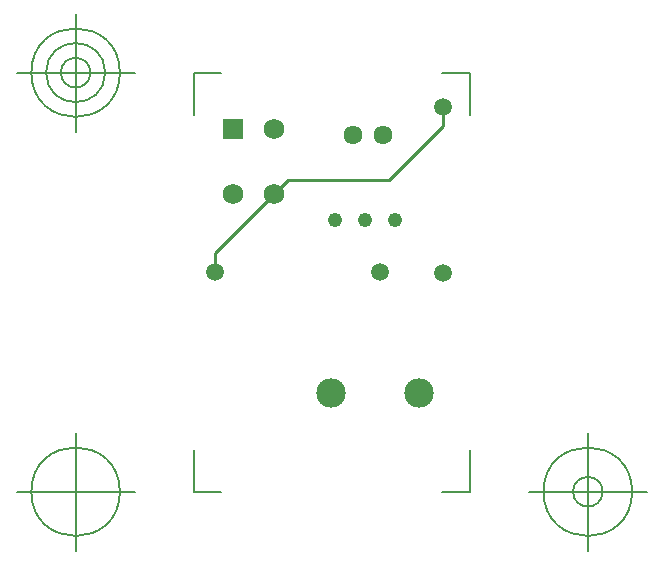
<source format=gbr>
G04 Generated by Ultiboard 14.2 *
%FSLAX34Y34*%
%MOMM*%

%ADD10C,0.0001*%
%ADD11C,0.2540*%
%ADD12C,0.1270*%
%ADD13C,1.0000*%
%ADD14C,1.6088*%
%ADD15C,2.4978*%
%ADD16C,1.2446*%
%ADD17C,1.5000*%
%ADD18C,1.7526*%
%ADD19R,1.7526X1.7526*%


G04 ColorRGB 0000FF for the following layer *
%LNCopper Bottom*%
%LPD*%
G54D10*
G54D11*
X15240Y849800D02*
X15240Y833270D01*
X15240Y849800D02*
X77300Y911860D01*
X162410Y911860D01*
X208280Y957730D01*
X208280Y972820D01*
G54D12*
X-2540Y647700D02*
X-2540Y683184D01*
X-2540Y647700D02*
X20828Y647700D01*
X231140Y647700D02*
X207772Y647700D01*
X231140Y647700D02*
X231140Y683184D01*
X231140Y1002540D02*
X231140Y967056D01*
X231140Y1002540D02*
X207772Y1002540D01*
X-2540Y1002540D02*
X20828Y1002540D01*
X-2540Y1002540D02*
X-2540Y967056D01*
X-52540Y647700D02*
X-152540Y647700D01*
X-102540Y597700D02*
X-102540Y697700D01*
X-140040Y647700D02*
G75*
D01*
G02X-140040Y647700I37500J0*
G01*
X281140Y647700D02*
X381140Y647700D01*
X331140Y597700D02*
X331140Y697700D01*
X293640Y647700D02*
G75*
D01*
G02X293640Y647700I37500J0*
G01*
X318640Y647700D02*
G75*
D01*
G02X318640Y647700I12500J0*
G01*
X-52540Y1002540D02*
X-152540Y1002540D01*
X-102540Y952540D02*
X-102540Y1052540D01*
X-140040Y1002540D02*
G75*
D01*
G02X-140040Y1002540I37500J0*
G01*
X-127540Y1002540D02*
G75*
D01*
G02X-127540Y1002540I25000J0*
G01*
X-115040Y1002540D02*
G75*
D01*
G02X-115040Y1002540I12500J0*
G01*
G54D13*
X30480Y901700D03*
G54D14*
X157480Y949960D03*
X132080Y949960D03*
G54D15*
X187960Y731520D03*
X113877Y731520D03*
G54D16*
X167640Y878005D03*
X142240Y878005D03*
X116840Y878005D03*
G54D17*
X208280Y973120D03*
X208280Y833120D03*
X15240Y833420D03*
X155240Y833420D03*
G54D18*
X65480Y900040D03*
X30480Y900040D03*
X65480Y955040D03*
G54D19*
X30480Y955040D03*

M02*

</source>
